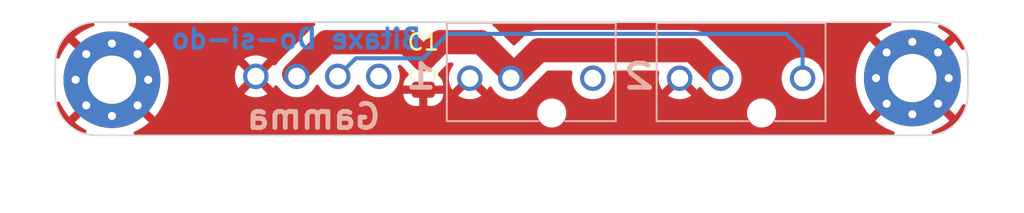
<source format=kicad_pcb>
(kicad_pcb (version 20241229) (generator "pcbnew") (generator_version "9.0")
  (layers (0 "F.Cu" signal) (2 "B.Cu" signal) (13 "F.Paste" user) (15 "B.Paste" user) (5 "F.SilkS" user "F.Silkscreen") (7 "B.SilkS" user "B.Silkscreen") (1 "F.Mask" user) (3 "B.Mask" user) (25 "Edge.Cuts" user))
  (net 0 "")
  (net 1 "GND")
  (net 2 "/5V")
  (net 3 "/Fan/FAN_TACH")
  (footprint "MountingHole:MountingHole_3mm_Pad_Via" (layer "F.Cu") (at 130.302 143.728)
    (property "Reference" "H3")
    (property "Value" "MountingHole_Pad")
    (pad "1" thru_hole circle (at -2.25 0) (size 0.8 0.8) (drill 0.5) (layers "*.Cu" "*.Mask") (net 1 "GND"))
    (pad "1" thru_hole circle (at -1.59099 -1.59099) (size 0.8 0.8) (drill 0.5) (layers "*.Cu" "*.Mask") (net 1 "GND"))
    (pad "1" thru_hole circle (at -1.59099 1.59099) (size 0.8 0.8) (drill 0.5) (layers "*.Cu" "*.Mask") (net 1 "GND"))
    (pad "1" thru_hole circle (at 0 -2.25) (size 0.8 0.8) (drill 0.5) (layers "*.Cu" "*.Mask") (net 1 "GND"))
    (pad "1" thru_hole circle (at 0 0) (size 6 6) (drill 3) (layers "*.Cu" "*.Mask") (net 1 "GND"))
    (pad "1" thru_hole circle (at 0 2.25) (size 0.8 0.8) (drill 0.5) (layers "*.Cu" "*.Mask") (net 1 "GND"))
    (pad "1" thru_hole circle (at 1.59099 -1.59099) (size 0.8 0.8) (drill 0.5) (layers "*.Cu" "*.Mask") (net 1 "GND"))
    (pad "1" thru_hole circle (at 1.59099 1.59099) (size 0.8 0.8) (drill 0.5) (layers "*.Cu" "*.Mask") (net 1 "GND"))
    (pad "1" thru_hole circle (at 2.25 0) (size 0.8 0.8) (drill 0.5) (layers "*.Cu" "*.Mask") (net 1 "GND"))
  )
  (footprint "MountingHole:MountingHole_3mm_Pad_Via" (layer "F.Cu") (at 80.70501 143.83099)
    (property "Reference" "H4")
    (property "Value" "MountingHole_Pad")
    (pad "1" thru_hole circle (at -2.25 0) (size 0.8 0.8) (drill 0.5) (layers "*.Cu" "*.Mask") (net 1 "GND"))
    (pad "1" thru_hole circle (at -1.59099 -1.59099) (size 0.8 0.8) (drill 0.5) (layers "*.Cu" "*.Mask") (net 1 "GND"))
    (pad "1" thru_hole circle (at -1.59099 1.59099) (size 0.8 0.8) (drill 0.5) (layers "*.Cu" "*.Mask") (net 1 "GND"))
    (pad "1" thru_hole circle (at 0 -2.25) (size 0.8 0.8) (drill 0.5) (layers "*.Cu" "*.Mask") (net 1 "GND"))
    (pad "1" thru_hole circle (at 0 0) (size 6 6) (drill 3) (layers "*.Cu" "*.Mask") (net 1 "GND"))
    (pad "1" thru_hole circle (at 0 2.25) (size 0.8 0.8) (drill 0.5) (layers "*.Cu" "*.Mask") (net 1 "GND"))
    (pad "1" thru_hole circle (at 1.59099 -1.59099) (size 0.8 0.8) (drill 0.5) (layers "*.Cu" "*.Mask") (net 1 "GND"))
    (pad "1" thru_hole circle (at 1.59099 1.59099) (size 0.8 0.8) (drill 0.5) (layers "*.Cu" "*.Mask") (net 1 "GND"))
    (pad "1" thru_hole circle (at 2.25 0) (size 0.8 0.8) (drill 0.5) (layers "*.Cu" "*.Mask") (net 1 "GND"))
  )
  (footprint "Capacitor_SMD:C_0805_2012Metric" (layer "F.Cu") (at 100 143.5 -90)
    (property "Reference" "C1" (at -2 0 0) (layer "F.SilkS"))
    (property "Value" "10µF ")
    (fp_line (start -0.261252 0.735) (end 0.261252 0.735) (stroke (width 0.12)) (layer "F.SilkS"))
    (fp_line (start -0.261252 -0.735) (end 0.261252 -0.735) (stroke (width 0.12)) (layer "F.SilkS"))
    (pad "1" smd roundrect (at -0.95 0 270) (size 1 1.45) (layers "F.Cu" "F.Mask" "F.Paste") (net 2 "/5V"))
    (pad "2" smd roundrect (at 0.95 0 270) (size 1 1.45) (layers "F.Cu" "F.Mask" "F.Paste") (net 1 "GND"))
  )
  (footprint "bitaxe:470531000" (layer "B.Cu") (at 89.621 143.622)
    (property "Reference" "J6" (hide yes))
    (property "Value" "Conn_01x04")
    (pad "1" thru_hole circle (at 0 0) (size 1.5748 1.5748) (drill 1.0668) (layers "*.Cu" "*.Mask") (net 1 "GND"))
    (pad "2" thru_hole circle (at 2.54 0) (size 1.5748 1.5748) (drill 1.0668) (layers "*.Cu" "*.Mask") (net 2 "/5V"))
    (pad "3" thru_hole circle (at 5.08 0) (size 1.5748 1.5748) (drill 1.0668) (layers "*.Cu" "*.Mask") (net 3 "/Fan/FAN_TACH"))
    (pad "4" thru_hole circle (at 7.62 0) (size 1.5748 1.5748) (drill 1.0668) (layers "*.Cu" "*.Mask"))
  )
  (footprint "bitaxe:470531000" (layer "B.Cu") (at 102.88 143.738851)
    (property "Reference" "J6" (hide yes))
    (property "Value" "Conn_01x04")
    (fp_line (start -1.4224 -3.429) (end 9.0424 -3.429) (stroke (width 0.12)) (layer "B.SilkS"))
    (fp_line (start -1.4224 2.667) (end -1.4224 -3.429) (stroke (width 0.12)) (layer "B.SilkS"))
    (fp_line (start 4.240825 2.667) (end -1.4224 2.667) (stroke (width 0.12)) (layer "B.SilkS"))
    (fp_line (start 9.0424 -3.429) (end 9.0424 2.667) (stroke (width 0.12)) (layer "B.SilkS"))
    (fp_line (start 9.0424 2.667) (end 5.919175 2.667) (stroke (width 0.12)) (layer "B.SilkS"))
    (pad "" np_thru_hole circle (at 5.08 2.160001 270) (size 1.2954 1.2954) (drill 1.2954) (layers "*.Cu" "*.Mask"))
    (pad "1" thru_hole circle (at 0 0) (size 1.5748 1.5748) (drill 1.0668) (layers "*.Cu" "*.Mask") (net 1 "GND"))
    (pad "2" thru_hole circle (at 2.54 0) (size 1.5748 1.5748) (drill 1.0668) (layers "*.Cu" "*.Mask") (net 2 "/5V"))
    (pad "4" thru_hole circle (at 7.62 0) (size 1.5748 1.5748) (drill 1.0668) (layers "*.Cu" "*.Mask"))
  )
  (footprint "bitaxe:470531000" (layer "B.Cu") (at 115.88 143.738851)
    (property "Reference" "J6" (hide yes))
    (property "Value" "Conn_01x04")
    (fp_line (start -1.4224 -3.429) (end 9.0424 -3.429) (stroke (width 0.12)) (layer "B.SilkS"))
    (fp_line (start -1.4224 2.667) (end -1.4224 -3.429) (stroke (width 0.12)) (layer "B.SilkS"))
    (fp_line (start 4.240825 2.667) (end -1.4224 2.667) (stroke (width 0.12)) (layer "B.SilkS"))
    (fp_line (start 9.0424 -3.429) (end 9.0424 2.667) (stroke (width 0.12)) (layer "B.SilkS"))
    (fp_line (start 9.0424 2.667) (end 5.919175 2.667) (stroke (width 0.12)) (layer "B.SilkS"))
    (pad "" np_thru_hole circle (at 5.08 2.160001 270) (size 1.2954 1.2954) (drill 1.2954) (layers "*.Cu" "*.Mask"))
    (pad "1" thru_hole circle (at 0 0) (size 1.5748 1.5748) (drill 1.0668) (layers "*.Cu" "*.Mask") (net 1 "GND"))
    (pad "2" thru_hole circle (at 2.54 0) (size 1.5748 1.5748) (drill 1.0668) (layers "*.Cu" "*.Mask") (net 2 "/5V"))
    (pad "4" thru_hole circle (at 7.62 0) (size 1.5748 1.5748) (drill 1.0668) (layers "*.Cu" "*.Mask") (net 3 "/Fan/FAN_TACH"))
  )
  (gr_arc (start 133.732 144.744) (mid 132.988051 146.540051) (end 131.192 147.284) (stroke (width 0.1)) (layer "Edge.Cuts"))
  (gr_line (start 131.192 147.284) (end 79.729 147.284) (stroke (width 0.1)) (layer "Edge.Cuts"))
  (gr_arc (start 77.200949 142.796051) (mid 77.944898 141) (end 79.740949 140.256051) (stroke (width 0.1)) (layer "Edge.Cuts"))
  (gr_line (start 133.743949 142.796051) (end 133.732 144.744) (stroke (width 0.1)) (layer "Edge.Cuts"))
  (gr_arc (start 79.729 147.284) (mid 77.932949 146.540051) (end 77.189 144.744) (stroke (width 0.1)) (layer "Edge.Cuts"))
  (gr_arc (start 131.203949 140.256051) (mid 133 141) (end 133.743949 142.796051) (stroke (width 0.1)) (layer "Edge.Cuts"))
  (gr_line (start 131.203949 140.256051) (end 79.740949 140.256051) (stroke (width 0.1)) (layer "Edge.Cuts"))
  (gr_line (start 77.189 144.744) (end 77.20095 142.796051) (stroke (width 0.1)) (layer "Edge.Cuts"))
  (gr_text "Bitaxe Do-si-do " (at 100 142 0) (layer "B.Cu") (effects (font (size 1.2 1.2) (thickness 0.25) (bold yes)) (justify left bottom mirror)))
  (gr_text "1" (at 101 144.5 0) (layer "B.SilkS") (effects (font (size 1.5 2) (thickness 0.3) (bold yes)) (justify left bottom mirror)))
  (gr_text "Gamma" (at 97.5 147 0) (layer "B.SilkS") (effects (font (size 1.5 1.5) (thickness 0.3) (bold yes)) (justify left bottom mirror)))
  (gr_text "2" (at 114.5 144.5 0) (layer "B.SilkS") (effects (font (size 1.5 2) (thickness 0.3) (bold yes)) (justify left bottom mirror)))
  (segment (start 105.42 143.34) (end 103.58 141.5) (width 1.5) (layer "F.Cu") (net 2))
  (segment (start 116.681149 142) (end 107.158851 142) (width 1.5) (layer "F.Cu") (net 2))
  (segment (start 94 141.5) (end 92 143.5) (width 1.5) (layer "F.Cu") (net 2))
  (segment (start 118.42 143.738851) (end 116.681149 142) (width 1.5) (layer "F.Cu") (net 2))
  (segment (start 100 142.5375) (end 98.9625 141.5) (width 1.5) (layer "F.Cu") (net 2))
  (segment (start 100 142.55) (end 100 142.5375) (width 1.5) (layer "F.Cu") (net 2))
  (segment (start 105.42 143.738851) (end 105.42 143.34) (width 1.5) (layer "F.Cu") (net 2))
  (segment (start 101.05 141.5) (end 100 142.55) (width 1.5) (layer "F.Cu") (net 2))
  (segment (start 103.58 141.5) (end 101.05 141.5) (width 1.5) (layer "F.Cu") (net 2))
  (segment (start 98.9625 141.5) (end 94 141.5) (width 1.5) (layer "F.Cu") (net 2))
  (segment (start 107.158851 142) (end 105.42 143.738851) (width 1.5) (layer "F.Cu") (net 2))
  (segment (start 122.48615 140.98615) (end 101.51385 140.98615) (width 0.254) (layer "B.Cu") (net 3))
  (segment (start 101.51385 140.98615) (end 100 142.5) (width 0.254) (layer "B.Cu") (net 3))
  (segment (start 123.5 142) (end 122.48615 140.98615) (width 0.254) (layer "B.Cu") (net 3))
  (segment (start 95.823 142.5) (end 94.701 143.622) (width 0.254) (layer "B.Cu") (net 3))
  (segment (start 123.5 143.738851) (end 123.5 142) (width 0.254) (layer "B.Cu") (net 3))
  (segment (start 100 142.5) (end 95.823 142.5) (width 0.254) (layer "B.Cu") (net 3))
  (zone (net 1) (net_name "GND") (layer "F.Cu") (connect_pads (clearance 0.508)) (min_thickness 0.254) (fill yes (thermal_gap 0.508) (thermal_bridge_width 0.508))
    (polygon (pts (xy 134.462481 140.193434) (xy 134.5 147.5) (xy 77 147.5) (xy 76.968721 140)))
  )
)
</source>
